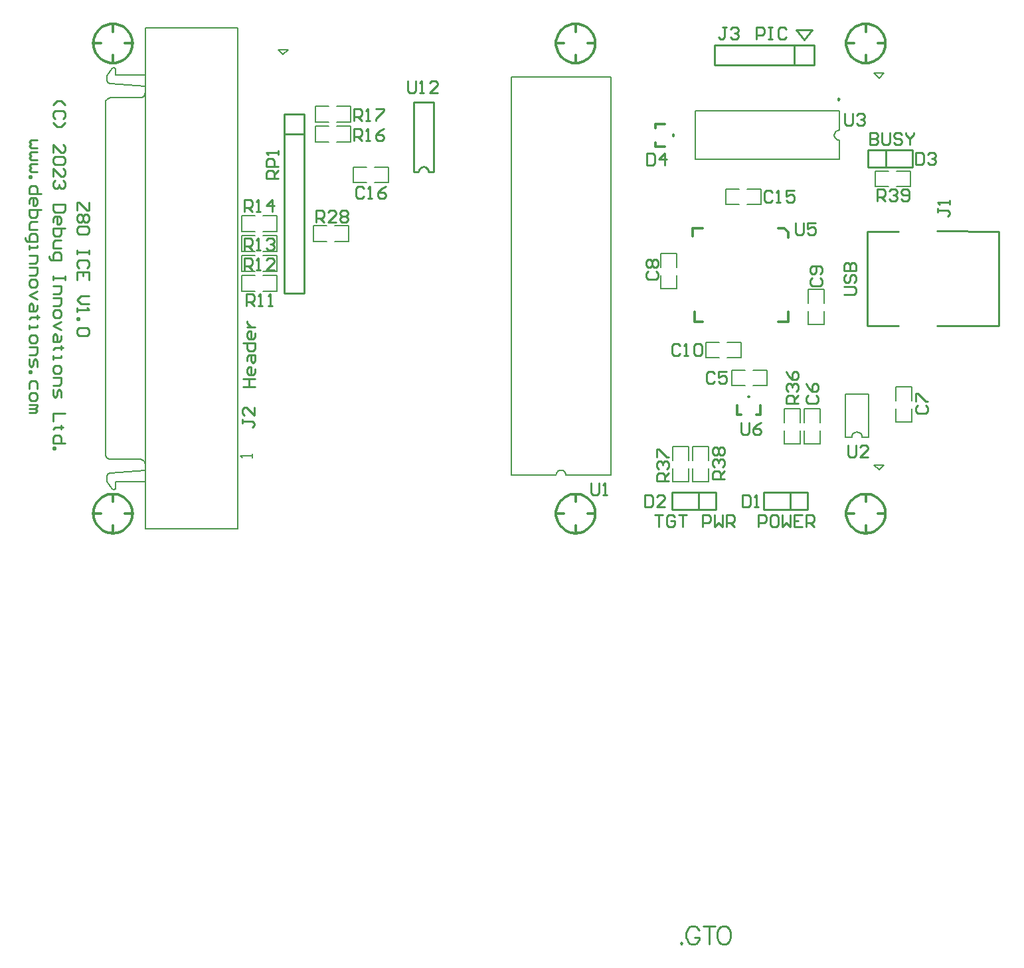
<source format=gto>
%FSLAX44Y44*%
%MOMM*%
G71*
G01*
G75*
%ADD10C,0.2000*%
%ADD11C,1.0000*%
%ADD12R,1.9050X0.4064*%
%ADD13R,0.4064X1.9050*%
%ADD14O,0.6000X2.2000*%
%ADD15R,0.9144X0.9144*%
%ADD16R,1.2700X0.9144*%
%ADD17R,1.5240X1.5240*%
%ADD18R,1.2700X1.5240*%
%ADD19R,1.5240X1.2700*%
%ADD20R,1.5000X0.4000*%
%ADD21R,0.9144X1.2700*%
%ADD22O,0.6000X2.2000*%
%ADD23O,2.0320X0.6096*%
%ADD24C,0.3000*%
%ADD25C,0.5000*%
%ADD26C,0.6000*%
%ADD27C,0.8000*%
%ADD28C,0.2540*%
%ADD29C,0.2286*%
%ADD30C,4.5500*%
%ADD31C,1.5000*%
%ADD32R,1.5000X1.5000*%
%ADD33C,1.6510*%
%ADD34C,3.6000*%
%ADD35C,1.6000*%
%ADD36R,1.6000X1.6000*%
%ADD37C,0.8000*%
%ADD38O,2.5400X0.7500*%
%ADD39R,2.5400X0.7500*%
%ADD40C,0.7000*%
%ADD41C,0.2500*%
%ADD42C,0.3048*%
%ADD43C,0.1500*%
D10*
X2182366Y2466967D02*
X2185025Y2467496D01*
X2187280Y2469003D01*
X2188787Y2471257D01*
X2189316Y2473917D01*
X2145366Y2466967D02*
X2142706Y2466438D01*
X2140451Y2464931D01*
X2138945Y2462677D01*
X2138416Y2460017D01*
X2140390Y2488095D02*
X2141850Y2485873D01*
X2144366Y2485012D01*
X2151466Y2504818D02*
X2149093Y2505643D01*
X2146818Y2504576D01*
X2189316Y1998717D02*
X2188787Y2001377D01*
X2187280Y2003631D01*
X2185025Y2005138D01*
X2182366Y2005667D01*
X2138416Y2012617D02*
X2138945Y2009957D01*
X2140451Y2007703D01*
X2142706Y2006196D01*
X2145366Y2005667D01*
X2144366Y1987622D02*
X2141850Y1986761D01*
X2140390Y1984539D01*
X2146818Y1968058D02*
X2149093Y1966990D01*
X2151466Y1967816D01*
X3103179Y2033977D02*
X3102678Y2036496D01*
X3101251Y2038632D01*
X3099115Y2040059D01*
X3096596Y2040560D01*
X3094077Y2040059D01*
X3091941Y2038632D01*
X3090514Y2036496D01*
X3090013Y2033977D01*
X2725546Y1985137D02*
X2725062Y1987567D01*
X2723686Y1989627D01*
X2721626Y1991004D01*
X2719196Y1991487D01*
X2716766Y1991004D01*
X2714706Y1989627D01*
X2713329Y1987567D01*
X2712846Y1985137D01*
X3074086Y2425547D02*
X3071656Y2425064D01*
X3069596Y2423687D01*
X3068219Y2421627D01*
X3067736Y2419197D01*
X3068219Y2416767D01*
X3069596Y2414707D01*
X3071656Y2413331D01*
X3074086Y2412847D01*
X2364916Y2522017D02*
X2371266Y2528367D01*
X2358566D02*
X2364916Y2522017D01*
X2358566Y2528367D02*
X2371266D01*
X3124916Y1992017D02*
X3131266Y1998367D01*
X3118566D02*
X3124916Y1992017D01*
X3118566Y1998367D02*
X3131266D01*
X3124916Y2492017D02*
X3131266Y2498367D01*
X3118566D02*
X3124916Y2492017D01*
X3118566Y2498367D02*
X3131266D01*
X2306966Y1916817D02*
Y2555817D01*
X2189366Y2555817D02*
X2306966D01*
X2189366Y1916817D02*
Y2555817D01*
Y1916817D02*
X2306966D01*
X2145366Y2466967D02*
X2182366D01*
X2151466Y2496017D02*
X2189366D01*
X2151466D02*
Y2504817D01*
X2144166Y2485017D02*
X2189366Y2481317D01*
X2140390Y2488095D02*
Y2495317D01*
X2146666Y2504717D01*
X2138266Y2012617D02*
Y2460017D01*
X2145366Y2005667D02*
X2182366D01*
X2151466Y1976617D02*
X2189366D01*
X2151466Y1967817D02*
Y1976617D01*
X2144166Y1987617D02*
X2189366Y1991317D01*
X2140390Y1977317D02*
Y1984539D01*
Y1977317D02*
X2146666Y1967917D01*
X2886996Y1976677D02*
X2906996D01*
X2886996Y2021537D02*
X2906996D01*
Y1976677D02*
Y1994027D01*
X2886996Y1976677D02*
Y1994027D01*
Y2004187D02*
Y2021537D01*
X2906996Y2004187D02*
Y2021537D01*
X3164536Y2353597D02*
Y2373597D01*
X3119676Y2353597D02*
Y2373597D01*
X3147186D02*
X3164536D01*
X3147186Y2353597D02*
X3164536D01*
X3119676D02*
X3137026D01*
X3119676Y2373597D02*
X3137026D01*
X3081846Y2033977D02*
Y2088477D01*
X3103179Y2033977D02*
X3111346D01*
X3081846D02*
X3090013D01*
X3081846Y2088477D02*
X3111346D01*
Y2033977D02*
Y2088477D01*
X3049236Y2052447D02*
Y2069797D01*
X3029236Y2052447D02*
Y2069797D01*
Y2024937D02*
Y2042287D01*
X3049236Y2024937D02*
Y2042287D01*
X3029236Y2069797D02*
X3049236D01*
X3029236Y2024937D02*
X3049236D01*
X2782696Y1985137D02*
Y2493137D01*
X2655696D02*
X2782696D01*
X2655696Y1985137D02*
Y2493137D01*
Y1985137D02*
X2712846D01*
X2725546D02*
X2782696D01*
X3146076Y2097737D02*
X3166076D01*
X3146076Y2052877D02*
X3166076D01*
X3146076Y2080387D02*
Y2097737D01*
X3166076Y2080387D02*
Y2097737D01*
Y2052877D02*
Y2070227D01*
X3146076Y2052877D02*
Y2070227D01*
X3034316Y2177337D02*
X3054316D01*
X3034316Y2222197D02*
X3054316D01*
Y2177337D02*
Y2194687D01*
X3034316Y2177337D02*
Y2194687D01*
Y2204847D02*
Y2222197D01*
X3054316Y2204847D02*
Y2222197D01*
X2903776Y2135157D02*
Y2155157D01*
X2948636Y2135157D02*
Y2155157D01*
X2903776Y2135157D02*
X2921126D01*
X2903776Y2155157D02*
X2921126D01*
X2931286D02*
X2948636D01*
X2931286Y2135157D02*
X2948636D01*
X2929176Y2330737D02*
Y2350737D01*
X2974036Y2330737D02*
Y2350737D01*
X2929176Y2330737D02*
X2946526D01*
X2929176Y2350737D02*
X2946526D01*
X2956686D02*
X2974036D01*
X2956686Y2330737D02*
X2974036D01*
X2499056Y2358677D02*
Y2378677D01*
X2454196Y2358677D02*
Y2378677D01*
X2481706D02*
X2499056D01*
X2481706Y2358677D02*
X2499056D01*
X2454196D02*
X2471546D01*
X2454196Y2378677D02*
X2471546D01*
X2881596Y2004187D02*
Y2021537D01*
X2861596Y2004187D02*
Y2021537D01*
Y1976677D02*
Y1994027D01*
X2881596Y1976677D02*
Y1994027D01*
X2861596Y2021537D02*
X2881596D01*
X2861596Y1976677D02*
X2881596D01*
X3023836Y2052447D02*
Y2069797D01*
X3003836Y2052447D02*
Y2069797D01*
Y2024937D02*
Y2042287D01*
X3023836Y2024937D02*
Y2042287D01*
X3003836Y2069797D02*
X3023836D01*
X3003836Y2024937D02*
X3023836D01*
X2866356Y2250567D02*
Y2267917D01*
X2846356Y2250567D02*
Y2267917D01*
Y2223057D02*
Y2240407D01*
X2866356Y2223057D02*
Y2240407D01*
X2846356Y2267917D02*
X2866356D01*
X2846356Y2223057D02*
X2866356D01*
X2936796Y2119597D02*
X2954146D01*
X2936796Y2099597D02*
X2954146D01*
X2964306D02*
X2981656D01*
X2964306Y2119597D02*
X2981656D01*
X2936796Y2099597D02*
Y2119597D01*
X2981656Y2099597D02*
Y2119597D01*
X3074086Y2425547D02*
Y2450197D01*
Y2388197D02*
Y2412847D01*
X2890086Y2388197D02*
Y2450197D01*
X3074086D01*
X2890086Y2388197D02*
X3074086D01*
X2405936Y2435867D02*
Y2455867D01*
X2450796Y2435867D02*
Y2455867D01*
X2405936Y2435867D02*
X2423286D01*
X2405936Y2455867D02*
X2423286D01*
X2433446D02*
X2450796D01*
X2433446Y2435867D02*
X2450796D01*
X2405936Y2410467D02*
Y2430467D01*
X2450796Y2410467D02*
Y2430467D01*
X2405936Y2410467D02*
X2423286D01*
X2405936Y2430467D02*
X2423286D01*
X2433446D02*
X2450796D01*
X2433446Y2410467D02*
X2450796D01*
X2311930Y2296167D02*
Y2316167D01*
X2356790Y2296167D02*
Y2316167D01*
X2311930Y2296167D02*
X2329280D01*
X2311930Y2316167D02*
X2329280D01*
X2339440D02*
X2356790D01*
X2339440Y2296167D02*
X2356790D01*
X2339440Y2270767D02*
X2356790D01*
X2339440Y2290767D02*
X2356790D01*
X2311930D02*
X2329280D01*
X2311930Y2270767D02*
X2329280D01*
X2356790D02*
Y2290767D01*
X2311930Y2270767D02*
Y2290767D01*
X2403396Y2283467D02*
Y2303467D01*
X2448256Y2283467D02*
Y2303467D01*
X2403396Y2283467D02*
X2420746D01*
X2403396Y2303467D02*
X2420746D01*
X2430906D02*
X2448256D01*
X2430906Y2283467D02*
X2448256D01*
X2311930Y2245367D02*
Y2265367D01*
X2356790Y2245367D02*
Y2265367D01*
X2311930Y2245367D02*
X2329280D01*
X2311930Y2265367D02*
X2329280D01*
X2339440D02*
X2356790D01*
X2339440Y2245367D02*
X2356790D01*
X2311930Y2219967D02*
Y2239967D01*
X2356790Y2219967D02*
Y2239967D01*
X2311930Y2219967D02*
X2329280D01*
X2311930Y2239967D02*
X2329280D01*
X2339440D02*
X2356790D01*
X2339440Y2219967D02*
X2356790D01*
D24*
X2172916Y1936317D02*
X2172787Y1938846D01*
X2172404Y1941349D01*
X2171769Y1943801D01*
X2170890Y1946176D01*
X2169774Y1948450D01*
X2168435Y1950599D01*
X2166885Y1952601D01*
X2165140Y1954437D01*
X2163218Y1956086D01*
X2161140Y1957533D01*
X2158926Y1958762D01*
X2156598Y1959761D01*
X2154182Y1960519D01*
X2151701Y1961029D01*
X2149182Y1961285D01*
X2146649D01*
X2144130Y1961029D01*
X2141649Y1960519D01*
X2139233Y1959761D01*
X2136906Y1958762D01*
X2134692Y1957533D01*
X2132613Y1956086D01*
X2130692Y1954437D01*
X2128947Y1952601D01*
X2127397Y1950599D01*
X2126057Y1948450D01*
X2124942Y1946176D01*
X2124062Y1943801D01*
X2123427Y1941349D01*
X2123044Y1938846D01*
X2122916Y1936317D01*
X2123044Y1933788D01*
X2123427Y1931284D01*
X2124062Y1928833D01*
X2124942Y1926458D01*
X2126057Y1924184D01*
X2127397Y1922035D01*
X2128947Y1920033D01*
X2130692Y1918197D01*
X2132613Y1916548D01*
X2134692Y1915101D01*
X2136906Y1913872D01*
X2139233Y1912873D01*
X2141649Y1912115D01*
X2144130Y1911605D01*
X2146649Y1911349D01*
X2149182D01*
X2151702Y1911605D01*
X2154182Y1912115D01*
X2156598Y1912873D01*
X2158926Y1913872D01*
X2161140Y1915101D01*
X2163218Y1916548D01*
X2165140Y1918197D01*
X2166885Y1920033D01*
X2168435Y1922035D01*
X2169774Y1924185D01*
X2170890Y1926458D01*
X2171769Y1928833D01*
X2172404Y1931285D01*
X2172787Y1933788D01*
X2172916Y1936317D01*
Y2536317D02*
X2172787Y2538846D01*
X2172404Y2541349D01*
X2171769Y2543801D01*
X2170890Y2546176D01*
X2169774Y2548450D01*
X2168435Y2550599D01*
X2166885Y2552601D01*
X2165140Y2554437D01*
X2163218Y2556086D01*
X2161140Y2557533D01*
X2158926Y2558762D01*
X2156598Y2559761D01*
X2154182Y2560519D01*
X2151701Y2561029D01*
X2149182Y2561285D01*
X2146649D01*
X2144130Y2561029D01*
X2141649Y2560519D01*
X2139233Y2559761D01*
X2136906Y2558762D01*
X2134692Y2557533D01*
X2132613Y2556086D01*
X2130692Y2554437D01*
X2128947Y2552601D01*
X2127397Y2550599D01*
X2126057Y2548450D01*
X2124942Y2546176D01*
X2124062Y2543801D01*
X2123427Y2541349D01*
X2123044Y2538846D01*
X2122916Y2536317D01*
X2123044Y2533788D01*
X2123427Y2531284D01*
X2124062Y2528833D01*
X2124942Y2526458D01*
X2126057Y2524184D01*
X2127397Y2522035D01*
X2128947Y2520033D01*
X2130692Y2518197D01*
X2132613Y2516548D01*
X2134692Y2515101D01*
X2136906Y2513872D01*
X2139233Y2512873D01*
X2141649Y2512115D01*
X2144130Y2511605D01*
X2146649Y2511349D01*
X2149182D01*
X2151702Y2511605D01*
X2154182Y2512115D01*
X2156598Y2512873D01*
X2158926Y2513872D01*
X2161140Y2515101D01*
X2163218Y2516548D01*
X2165140Y2518197D01*
X2166885Y2520033D01*
X2168435Y2522035D01*
X2169774Y2524185D01*
X2170890Y2526458D01*
X2171769Y2528833D01*
X2172404Y2531285D01*
X2172787Y2533788D01*
X2172916Y2536317D01*
X3132916D02*
X3132787Y2538846D01*
X3132404Y2541349D01*
X3131769Y2543801D01*
X3130890Y2546176D01*
X3129774Y2548450D01*
X3128435Y2550599D01*
X3126885Y2552601D01*
X3125140Y2554437D01*
X3123218Y2556086D01*
X3121140Y2557533D01*
X3118925Y2558762D01*
X3116599Y2559761D01*
X3114182Y2560519D01*
X3111701Y2561029D01*
X3109182Y2561285D01*
X3106649D01*
X3104130Y2561029D01*
X3101649Y2560519D01*
X3099233Y2559761D01*
X3096906Y2558762D01*
X3094691Y2557533D01*
X3092613Y2556086D01*
X3090692Y2554437D01*
X3088947Y2552601D01*
X3087397Y2550599D01*
X3086057Y2548450D01*
X3084942Y2546176D01*
X3084062Y2543801D01*
X3083427Y2541349D01*
X3083044Y2538846D01*
X3082916Y2536317D01*
X3083044Y2533788D01*
X3083427Y2531284D01*
X3084062Y2528833D01*
X3084942Y2526458D01*
X3086057Y2524184D01*
X3087397Y2522035D01*
X3088947Y2520033D01*
X3090692Y2518197D01*
X3092613Y2516548D01*
X3094692Y2515101D01*
X3096906Y2513872D01*
X3099233Y2512873D01*
X3101649Y2512115D01*
X3104130Y2511605D01*
X3106649Y2511349D01*
X3109182D01*
X3111701Y2511605D01*
X3114182Y2512115D01*
X3116599Y2512873D01*
X3118925Y2513872D01*
X3121140Y2515101D01*
X3123218Y2516548D01*
X3125140Y2518197D01*
X3126885Y2520033D01*
X3128435Y2522035D01*
X3129774Y2524185D01*
X3130890Y2526458D01*
X3131769Y2528833D01*
X3132404Y2531285D01*
X3132787Y2533788D01*
X3132916Y2536317D01*
X2762916D02*
X2762787Y2538846D01*
X2762404Y2541349D01*
X2761769Y2543801D01*
X2760890Y2546176D01*
X2759774Y2548450D01*
X2758435Y2550599D01*
X2756885Y2552601D01*
X2755140Y2554437D01*
X2753218Y2556086D01*
X2751140Y2557533D01*
X2748925Y2558762D01*
X2746599Y2559761D01*
X2744182Y2560519D01*
X2741701Y2561029D01*
X2739182Y2561285D01*
X2736649D01*
X2734130Y2561029D01*
X2731649Y2560519D01*
X2729233Y2559761D01*
X2726906Y2558762D01*
X2724691Y2557533D01*
X2722613Y2556086D01*
X2720692Y2554437D01*
X2718947Y2552601D01*
X2717397Y2550599D01*
X2716057Y2548450D01*
X2714942Y2546176D01*
X2714062Y2543801D01*
X2713427Y2541349D01*
X2713044Y2538846D01*
X2712916Y2536317D01*
X2713044Y2533788D01*
X2713427Y2531284D01*
X2714062Y2528833D01*
X2714942Y2526458D01*
X2716057Y2524184D01*
X2717397Y2522035D01*
X2718947Y2520033D01*
X2720692Y2518197D01*
X2722613Y2516548D01*
X2724692Y2515101D01*
X2726906Y2513872D01*
X2729233Y2512873D01*
X2731649Y2512115D01*
X2734130Y2511605D01*
X2736649Y2511349D01*
X2739182D01*
X2741701Y2511605D01*
X2744182Y2512115D01*
X2746599Y2512873D01*
X2748925Y2513872D01*
X2751140Y2515101D01*
X2753218Y2516548D01*
X2755140Y2518197D01*
X2756885Y2520033D01*
X2758435Y2522035D01*
X2759774Y2524185D01*
X2760890Y2526458D01*
X2761769Y2528833D01*
X2762404Y2531285D01*
X2762787Y2533788D01*
X2762916Y2536317D01*
X3132916Y1936317D02*
X3132787Y1938846D01*
X3132404Y1941349D01*
X3131769Y1943801D01*
X3130890Y1946176D01*
X3129774Y1948450D01*
X3128435Y1950599D01*
X3126885Y1952601D01*
X3125140Y1954437D01*
X3123218Y1956086D01*
X3121140Y1957533D01*
X3118925Y1958762D01*
X3116599Y1959761D01*
X3114182Y1960519D01*
X3111701Y1961029D01*
X3109182Y1961285D01*
X3106649D01*
X3104130Y1961029D01*
X3101649Y1960519D01*
X3099233Y1959761D01*
X3096906Y1958762D01*
X3094691Y1957533D01*
X3092613Y1956086D01*
X3090692Y1954437D01*
X3088947Y1952601D01*
X3087397Y1950599D01*
X3086057Y1948450D01*
X3084942Y1946176D01*
X3084062Y1943801D01*
X3083427Y1941349D01*
X3083044Y1938846D01*
X3082916Y1936317D01*
X3083044Y1933788D01*
X3083427Y1931284D01*
X3084062Y1928833D01*
X3084942Y1926458D01*
X3086057Y1924184D01*
X3087397Y1922035D01*
X3088947Y1920033D01*
X3090692Y1918197D01*
X3092613Y1916548D01*
X3094692Y1915101D01*
X3096906Y1913872D01*
X3099233Y1912873D01*
X3101649Y1912115D01*
X3104130Y1911605D01*
X3106649Y1911349D01*
X3109182D01*
X3111701Y1911605D01*
X3114182Y1912115D01*
X3116599Y1912873D01*
X3118925Y1913872D01*
X3121140Y1915101D01*
X3123218Y1916548D01*
X3125140Y1918197D01*
X3126885Y1920033D01*
X3128435Y1922035D01*
X3129774Y1924185D01*
X3130890Y1926458D01*
X3131769Y1928833D01*
X3132404Y1931285D01*
X3132787Y1933788D01*
X3132916Y1936317D01*
X2762916D02*
X2762787Y1938846D01*
X2762404Y1941349D01*
X2761769Y1943801D01*
X2760890Y1946176D01*
X2759774Y1948450D01*
X2758435Y1950599D01*
X2756885Y1952601D01*
X2755140Y1954437D01*
X2753218Y1956086D01*
X2751140Y1957533D01*
X2748925Y1958762D01*
X2746599Y1959761D01*
X2744182Y1960519D01*
X2741701Y1961029D01*
X2739182Y1961285D01*
X2736649D01*
X2734130Y1961029D01*
X2731649Y1960519D01*
X2729233Y1959761D01*
X2726906Y1958762D01*
X2724691Y1957533D01*
X2722613Y1956086D01*
X2720692Y1954437D01*
X2718947Y1952601D01*
X2717397Y1950599D01*
X2716057Y1948450D01*
X2714942Y1946176D01*
X2714062Y1943801D01*
X2713427Y1941349D01*
X2713044Y1938846D01*
X2712916Y1936317D01*
X2713044Y1933788D01*
X2713427Y1931284D01*
X2714062Y1928833D01*
X2714942Y1926458D01*
X2716057Y1924184D01*
X2717397Y1922035D01*
X2718947Y1920033D01*
X2720692Y1918197D01*
X2722613Y1916548D01*
X2724692Y1915101D01*
X2726906Y1913872D01*
X2729233Y1912873D01*
X2731649Y1912115D01*
X2734130Y1911605D01*
X2736649Y1911349D01*
X2739182D01*
X2741701Y1911605D01*
X2744182Y1912115D01*
X2746599Y1912873D01*
X2748925Y1913872D01*
X2751140Y1915101D01*
X2753218Y1916548D01*
X2755140Y1918197D01*
X2756885Y1920033D01*
X2758435Y1922035D01*
X2759774Y1924185D01*
X2760890Y1926458D01*
X2761769Y1928833D01*
X2762404Y1931285D01*
X2762787Y1933788D01*
X2762916Y1936317D01*
X2147916Y1911317D02*
Y1921317D01*
X2122916Y1936317D02*
X2132916D01*
X2162916D02*
X2172916D01*
X2147916Y1951317D02*
Y1961317D01*
Y2511317D02*
Y2521317D01*
X2122916Y2536317D02*
X2132916D01*
X2162916D02*
X2172916D01*
X2147916Y2551317D02*
Y2561317D01*
X3107916Y2511317D02*
Y2521317D01*
X3082916Y2536317D02*
X3092916D01*
X3122916D02*
X3132916D01*
X3107916Y2551317D02*
Y2561317D01*
X2737916Y2511317D02*
Y2521317D01*
X2712916Y2536317D02*
X2722916D01*
X2752916D02*
X2762916D01*
X2737916Y2551317D02*
Y2561317D01*
X3107916Y1911317D02*
Y1921317D01*
X3082916Y1936317D02*
X3092916D01*
X3122916D02*
X3132916D01*
X3107916Y1951317D02*
Y1961317D01*
X2737916Y1911317D02*
Y1921317D01*
X2712916Y1936317D02*
X2722916D01*
X2752916D02*
X2762916D01*
X2737916Y1951317D02*
Y1961317D01*
D28*
X2550286Y2372487D02*
X2549802Y2374917D01*
X2548426Y2376977D01*
X2546366Y2378354D01*
X2543936Y2378837D01*
X2541506Y2378354D01*
X2539446Y2376977D01*
X2538069Y2374917D01*
X2537586Y2372487D01*
X3198916Y2296817D02*
X3277166Y2296567D01*
Y2175817D02*
Y2296567D01*
X3198916Y2175817D02*
X3277166D01*
X3109915Y2175817D02*
X3149416D01*
X3109916Y2175817D02*
Y2296567D01*
X3109915Y2296567D02*
X3149416D01*
X3133106Y2377997D02*
Y2399997D01*
X3110786Y2377997D02*
Y2399997D01*
X3167076Y2377997D02*
Y2399997D01*
X3110786D02*
X3167076D01*
X3110786Y2377997D02*
X3167076D01*
X3019076Y2553577D02*
X3039076D01*
X3029076Y2541077D02*
X3039076Y2553577D01*
X3019076D02*
X3029076Y2541077D01*
X3016376Y2508377D02*
Y2533777D01*
X3041776Y2508377D02*
Y2533777D01*
X2914776Y2508377D02*
X3041776D01*
X2914776Y2533777D02*
X3041776D01*
X2914776Y2508377D02*
Y2533777D01*
X2860596Y1963117D02*
X2916886D01*
X2860596Y1941117D02*
X2916886D01*
X2860596D02*
Y1963117D01*
X2916886Y1941117D02*
Y1963117D01*
X2894566Y1941117D02*
Y1963117D01*
X2977436D02*
X3033726D01*
X2977436Y1941117D02*
X3033726D01*
X2977436D02*
Y1963117D01*
X3033726Y1941117D02*
Y1963117D01*
X3011406Y1941117D02*
Y1963117D01*
X2550286Y2372487D02*
X2556636D01*
X2531236D02*
X2537586D01*
X2531236D02*
Y2461387D01*
X2556636D01*
Y2372487D02*
Y2461387D01*
X2366136Y2217417D02*
Y2446017D01*
Y2217417D02*
X2391536D01*
Y2446017D01*
X2366136D02*
X2391536D01*
X2366136Y2420617D02*
X2391536D01*
X2523616Y2488052D02*
Y2475356D01*
X2526155Y2472817D01*
X2531233D01*
X2533772Y2475356D01*
Y2488052D01*
X2538851Y2472817D02*
X2543929D01*
X2541390D01*
Y2488052D01*
X2538851Y2485513D01*
X2561703Y2472817D02*
X2551547D01*
X2561703Y2482974D01*
Y2485513D01*
X2559164Y2488052D01*
X2554086D01*
X2551547Y2485513D01*
X3122124Y2335325D02*
Y2350560D01*
X3129742D01*
X3132281Y2348021D01*
Y2342943D01*
X3129742Y2340404D01*
X3122124D01*
X3127202D02*
X3132281Y2335325D01*
X3137359Y2348021D02*
X3139898Y2350560D01*
X3144977D01*
X3147516Y2348021D01*
Y2345482D01*
X3144977Y2342943D01*
X3142438D01*
X3144977D01*
X3147516Y2340404D01*
Y2337865D01*
X3144977Y2335325D01*
X3139898D01*
X3137359Y2337865D01*
X3152594D02*
X3155134Y2335325D01*
X3160212D01*
X3162751Y2337865D01*
Y2348021D01*
X3160212Y2350560D01*
X3155134D01*
X3152594Y2348021D01*
Y2345482D01*
X3155134Y2342943D01*
X3162751D01*
X2927476Y1980057D02*
X2912241D01*
Y1987675D01*
X2914780Y1990214D01*
X2919858D01*
X2922397Y1987675D01*
Y1980057D01*
Y1985135D02*
X2927476Y1990214D01*
X2914780Y1995292D02*
X2912241Y1997831D01*
Y2002910D01*
X2914780Y2005449D01*
X2917319D01*
X2919858Y2002910D01*
Y2000370D01*
Y2002910D01*
X2922397Y2005449D01*
X2924937D01*
X2927476Y2002910D01*
Y1997831D01*
X2924937Y1995292D01*
X2914780Y2010527D02*
X2912241Y2013066D01*
Y2018145D01*
X2914780Y2020684D01*
X2917319D01*
X2919858Y2018145D01*
X2922397Y2020684D01*
X2924937D01*
X2927476Y2018145D01*
Y2013066D01*
X2924937Y2010527D01*
X2922397D01*
X2919858Y2013066D01*
X2917319Y2010527D01*
X2914780D01*
X2919858Y2013066D02*
Y2018145D01*
X2828527Y2396486D02*
Y2381251D01*
X2836144D01*
X2838683Y2383790D01*
Y2393947D01*
X2836144Y2396486D01*
X2828527D01*
X2851379Y2381251D02*
Y2396486D01*
X2843762Y2388869D01*
X2853918D01*
X3112896Y2422012D02*
Y2406777D01*
X3120513D01*
X3123052Y2409316D01*
Y2411855D01*
X3120513Y2414395D01*
X3112896D01*
X3120513D01*
X3123052Y2416934D01*
Y2419473D01*
X3120513Y2422012D01*
X3112896D01*
X3128131D02*
Y2409316D01*
X3130670Y2406777D01*
X3135748D01*
X3138287Y2409316D01*
Y2422012D01*
X3153523Y2419473D02*
X3150983Y2422012D01*
X3145905D01*
X3143366Y2419473D01*
Y2416934D01*
X3145905Y2414395D01*
X3150983D01*
X3153523Y2411855D01*
Y2409316D01*
X3150983Y2406777D01*
X3145905D01*
X3143366Y2409316D01*
X3158601Y2422012D02*
Y2419473D01*
X3163679Y2414395D01*
X3168758Y2419473D01*
Y2422012D01*
X3163679Y2414395D02*
Y2406777D01*
X3171316Y2396612D02*
Y2381377D01*
X3178933D01*
X3181472Y2383916D01*
Y2394073D01*
X3178933Y2396612D01*
X3171316D01*
X3186551Y2394073D02*
X3189090Y2396612D01*
X3194168D01*
X3196707Y2394073D01*
Y2391534D01*
X3194168Y2388994D01*
X3191629D01*
X3194168D01*
X3196707Y2386455D01*
Y2383916D01*
X3194168Y2381377D01*
X3189090D01*
X3186551Y2383916D01*
X2949053Y2051980D02*
Y2039284D01*
X2951592Y2036745D01*
X2956670D01*
X2959209Y2039284D01*
Y2051980D01*
X2974445D02*
X2969366Y2049441D01*
X2964288Y2044363D01*
Y2039284D01*
X2966827Y2036745D01*
X2971905D01*
X2974445Y2039284D01*
Y2041824D01*
X2971905Y2044363D01*
X2964288D01*
X3018590Y2306902D02*
Y2294207D01*
X3021129Y2291667D01*
X3026208D01*
X3028747Y2294207D01*
Y2306902D01*
X3043982D02*
X3033825D01*
Y2299285D01*
X3038904Y2301824D01*
X3041443D01*
X3043982Y2299285D01*
Y2294207D01*
X3041443Y2291667D01*
X3036365D01*
X3033825Y2294207D01*
X3080941Y2446499D02*
Y2433803D01*
X3083480Y2431264D01*
X3088558D01*
X3091097Y2433803D01*
Y2446499D01*
X3096176Y2443960D02*
X3098715Y2446499D01*
X3103793D01*
X3106332Y2443960D01*
Y2441420D01*
X3103793Y2438881D01*
X3101254D01*
X3103793D01*
X3106332Y2436342D01*
Y2433803D01*
X3103793Y2431264D01*
X3098715D01*
X3096176Y2433803D01*
X3084956Y2023232D02*
Y2010536D01*
X3087495Y2007997D01*
X3092573D01*
X3095113Y2010536D01*
Y2023232D01*
X3110348Y2007997D02*
X3100191D01*
X3110348Y2018154D01*
Y2020693D01*
X3107808Y2023232D01*
X3102730D01*
X3100191Y2020693D01*
X2757296Y1974972D02*
Y1962276D01*
X2759835Y1959737D01*
X2764913D01*
X2767452Y1962276D01*
Y1974972D01*
X2772531Y1959737D02*
X2777609D01*
X2775070D01*
Y1974972D01*
X2772531Y1972433D01*
X2358516Y2363597D02*
X2343281D01*
Y2371214D01*
X2345820Y2373754D01*
X2350898D01*
X2353437Y2371214D01*
Y2363597D01*
Y2368675D02*
X2358516Y2373754D01*
Y2378832D02*
X2343281D01*
Y2386450D01*
X2345820Y2388989D01*
X2350898D01*
X2353437Y2386450D01*
Y2378832D01*
X2358516Y2394067D02*
Y2399146D01*
Y2396606D01*
X2343281D01*
X2345820Y2394067D01*
X2968116Y2541397D02*
Y2556632D01*
X2975733D01*
X2978272Y2554093D01*
Y2549014D01*
X2975733Y2546475D01*
X2968116D01*
X2983351Y2556632D02*
X2988429D01*
X2985890D01*
Y2541397D01*
X2983351D01*
X2988429D01*
X3006203Y2554093D02*
X3003664Y2556632D01*
X2998586D01*
X2996047Y2554093D01*
Y2543936D01*
X2998586Y2541397D01*
X3003664D01*
X3006203Y2543936D01*
X2930013Y2556632D02*
X2924934D01*
X2927473D01*
Y2543936D01*
X2924934Y2541397D01*
X2922395D01*
X2919856Y2543936D01*
X2935091Y2554093D02*
X2937630Y2556632D01*
X2942708D01*
X2945247Y2554093D01*
Y2551554D01*
X2942708Y2549014D01*
X2940169D01*
X2942708D01*
X2945247Y2546475D01*
Y2543936D01*
X2942708Y2541397D01*
X2937630D01*
X2935091Y2543936D01*
X2313601Y2098241D02*
X2328836D01*
X2321218D01*
Y2108397D01*
X2313601D01*
X2328836D01*
Y2121093D02*
Y2116015D01*
X2326296Y2113476D01*
X2321218D01*
X2318679Y2116015D01*
Y2121093D01*
X2321218Y2123633D01*
X2323757D01*
Y2113476D01*
X2318679Y2131250D02*
Y2136328D01*
X2321218Y2138868D01*
X2328836D01*
Y2131250D01*
X2326296Y2128711D01*
X2323757Y2131250D01*
Y2138868D01*
X2313601Y2154103D02*
X2328836D01*
Y2146485D01*
X2326296Y2143946D01*
X2321218D01*
X2318679Y2146485D01*
Y2154103D01*
X2328836Y2166799D02*
Y2161720D01*
X2326296Y2159181D01*
X2321218D01*
X2318679Y2161720D01*
Y2166799D01*
X2321218Y2169338D01*
X2323757D01*
Y2159181D01*
X2318679Y2174416D02*
X2328836D01*
X2323757D01*
X2321218Y2176955D01*
X2318679Y2179494D01*
Y2182034D01*
X2312946Y2056712D02*
Y2051633D01*
Y2054172D01*
X2325642D01*
X2328181Y2051633D01*
Y2049094D01*
X2325642Y2046555D01*
X2328181Y2071947D02*
Y2061790D01*
X2318024Y2071947D01*
X2315485D01*
X2312946Y2069407D01*
Y2064329D01*
X2315485Y2061790D01*
X3080217Y2215710D02*
X3092913D01*
X3095452Y2218250D01*
Y2223328D01*
X3092913Y2225867D01*
X3080217D01*
X3082756Y2241102D02*
X3080217Y2238563D01*
Y2233485D01*
X3082756Y2230945D01*
X3085295D01*
X3087834Y2233485D01*
Y2238563D01*
X3090374Y2241102D01*
X3092913D01*
X3095452Y2238563D01*
Y2233485D01*
X3092913Y2230945D01*
X3080217Y2246181D02*
X3095452D01*
Y2253798D01*
X3092913Y2256337D01*
X3090374D01*
X3087834Y2253798D01*
Y2246181D01*
Y2253798D01*
X3085295Y2256337D01*
X3082756D01*
X3080217Y2253798D01*
Y2246181D01*
X3199261Y2325494D02*
Y2320415D01*
Y2322955D01*
X3211956D01*
X3214496Y2320415D01*
Y2317876D01*
X3211956Y2315337D01*
X3214496Y2330572D02*
Y2335650D01*
Y2333111D01*
X3199261D01*
X3201800Y2330572D01*
X2838576Y1934332D02*
X2848733D01*
X2843654D01*
Y1919097D01*
X2863968Y1931793D02*
X2861428Y1934332D01*
X2856350D01*
X2853811Y1931793D01*
Y1921636D01*
X2856350Y1919097D01*
X2861428D01*
X2863968Y1921636D01*
Y1926714D01*
X2858889D01*
X2869046Y1934332D02*
X2879203D01*
X2874124D01*
Y1919097D01*
X2899516D02*
Y1934332D01*
X2907133D01*
X2909673Y1931793D01*
Y1926714D01*
X2907133Y1924175D01*
X2899516D01*
X2914751Y1934332D02*
Y1919097D01*
X2919829Y1924175D01*
X2924908Y1919097D01*
Y1934332D01*
X2929986Y1919097D02*
Y1934332D01*
X2937604D01*
X2940143Y1931793D01*
Y1926714D01*
X2937604Y1924175D01*
X2929986D01*
X2935064D02*
X2940143Y1919097D01*
X2825876Y1959732D02*
Y1944497D01*
X2833493D01*
X2836032Y1947036D01*
Y1957193D01*
X2833493Y1959732D01*
X2825876D01*
X2851267Y1944497D02*
X2841111D01*
X2851267Y1954654D01*
Y1957193D01*
X2848728Y1959732D01*
X2843650D01*
X2841111Y1957193D01*
X2970656Y1919097D02*
Y1934332D01*
X2978273D01*
X2980812Y1931793D01*
Y1926714D01*
X2978273Y1924175D01*
X2970656D01*
X2993508Y1934332D02*
X2988430D01*
X2985891Y1931793D01*
Y1921636D01*
X2988430Y1919097D01*
X2993508D01*
X2996047Y1921636D01*
Y1931793D01*
X2993508Y1934332D01*
X3001126D02*
Y1919097D01*
X3006204Y1924175D01*
X3011283Y1919097D01*
Y1934332D01*
X3026518D02*
X3016361D01*
Y1919097D01*
X3026518D01*
X3016361Y1926714D02*
X3021439D01*
X3031596Y1919097D02*
Y1934332D01*
X3039214D01*
X3041753Y1931793D01*
Y1926714D01*
X3039214Y1924175D01*
X3031596D01*
X3036674D02*
X3041753Y1919097D01*
X2950336Y1959732D02*
Y1944497D01*
X2957953D01*
X2960493Y1947036D01*
Y1957193D01*
X2957953Y1959732D01*
X2950336D01*
X2965571Y1944497D02*
X2970649D01*
X2968110D01*
Y1959732D01*
X2965571Y1957193D01*
X2467733Y2350893D02*
X2465193Y2353432D01*
X2460115D01*
X2457576Y2350893D01*
Y2340736D01*
X2460115Y2338197D01*
X2465193D01*
X2467733Y2340736D01*
X2472811Y2338197D02*
X2477889D01*
X2475350D01*
Y2353432D01*
X2472811Y2350893D01*
X2495663Y2353432D02*
X2490585Y2350893D01*
X2485507Y2345815D01*
Y2340736D01*
X2488046Y2338197D01*
X2493124D01*
X2495663Y2340736D01*
Y2343275D01*
X2493124Y2345815D01*
X2485507D01*
X2988433Y2345813D02*
X2985893Y2348352D01*
X2980815D01*
X2978276Y2345813D01*
Y2335656D01*
X2980815Y2333117D01*
X2985893D01*
X2988433Y2335656D01*
X2993511Y2333117D02*
X2998589D01*
X2996050D01*
Y2348352D01*
X2993511Y2345813D01*
X3016364Y2348352D02*
X3006207D01*
Y2340735D01*
X3011285Y2343274D01*
X3013824D01*
X3016364Y2340735D01*
Y2335656D01*
X3013824Y2333117D01*
X3008746D01*
X3006207Y2335656D01*
X2870639Y2150225D02*
X2868100Y2152764D01*
X2863022D01*
X2860482Y2150225D01*
Y2140069D01*
X2863022Y2137529D01*
X2868100D01*
X2870639Y2140069D01*
X2875717Y2137529D02*
X2880796D01*
X2878257D01*
Y2152764D01*
X2875717Y2150225D01*
X2888413D02*
X2890952Y2152764D01*
X2896031D01*
X2898570Y2150225D01*
Y2140069D01*
X2896031Y2137529D01*
X2890952D01*
X2888413Y2140069D01*
Y2150225D01*
X3039240Y2236594D02*
X3036701Y2234055D01*
Y2228976D01*
X3039240Y2226437D01*
X3049396D01*
X3051936Y2228976D01*
Y2234055D01*
X3049396Y2236594D01*
Y2241672D02*
X3051936Y2244211D01*
Y2249290D01*
X3049396Y2251829D01*
X3039240D01*
X3036701Y2249290D01*
Y2244211D01*
X3039240Y2241672D01*
X3041779D01*
X3044318Y2244211D01*
Y2251829D01*
X2830174Y2245458D02*
X2827635Y2242919D01*
Y2237840D01*
X2830174Y2235301D01*
X2840331D01*
X2842870Y2237840D01*
Y2242919D01*
X2840331Y2245458D01*
X2830174Y2250536D02*
X2827635Y2253076D01*
Y2258154D01*
X2830174Y2260693D01*
X2832713D01*
X2835252Y2258154D01*
X2837791Y2260693D01*
X2840331D01*
X2842870Y2258154D01*
Y2253076D01*
X2840331Y2250536D01*
X2837791D01*
X2835252Y2253076D01*
X2832713Y2250536D01*
X2830174D01*
X2835252Y2253076D02*
Y2258154D01*
X3173860Y2074034D02*
X3171321Y2071494D01*
Y2066416D01*
X3173860Y2063877D01*
X3184016D01*
X3186556Y2066416D01*
Y2071494D01*
X3184016Y2074034D01*
X3171321Y2079112D02*
Y2089269D01*
X3173860D01*
X3184016Y2079112D01*
X3186556D01*
X3034160Y2086734D02*
X3031621Y2084194D01*
Y2079116D01*
X3034160Y2076577D01*
X3044316D01*
X3046856Y2079116D01*
Y2084194D01*
X3044316Y2086734D01*
X3031621Y2101969D02*
X3034160Y2096890D01*
X3039238Y2091812D01*
X3044316D01*
X3046856Y2094351D01*
Y2099430D01*
X3044316Y2101969D01*
X3041777D01*
X3039238Y2099430D01*
Y2091812D01*
X2914773Y2114673D02*
X2912233Y2117212D01*
X2907155D01*
X2904616Y2114673D01*
Y2104516D01*
X2907155Y2101977D01*
X2912233D01*
X2914773Y2104516D01*
X2930008Y2117212D02*
X2919851D01*
Y2109595D01*
X2924929Y2112134D01*
X2927468D01*
X2930008Y2109595D01*
Y2104516D01*
X2927468Y2101977D01*
X2922390D01*
X2919851Y2104516D01*
X3021456Y2076577D02*
X3006221D01*
Y2084194D01*
X3008760Y2086734D01*
X3013838D01*
X3016377Y2084194D01*
Y2076577D01*
Y2081655D02*
X3021456Y2086734D01*
X3008760Y2091812D02*
X3006221Y2094351D01*
Y2099430D01*
X3008760Y2101969D01*
X3011299D01*
X3013838Y2099430D01*
Y2096890D01*
Y2099430D01*
X3016377Y2101969D01*
X3018917D01*
X3021456Y2099430D01*
Y2094351D01*
X3018917Y2091812D01*
X3006221Y2117204D02*
X3008760Y2112126D01*
X3013838Y2107047D01*
X3018917D01*
X3021456Y2109586D01*
Y2114665D01*
X3018917Y2117204D01*
X3016377D01*
X3013838Y2114665D01*
Y2107047D01*
X2856356Y1977517D02*
X2841121D01*
Y1985134D01*
X2843660Y1987674D01*
X2848738D01*
X2851277Y1985134D01*
Y1977517D01*
Y1982595D02*
X2856356Y1987674D01*
X2843660Y1992752D02*
X2841121Y1995291D01*
Y2000370D01*
X2843660Y2002909D01*
X2846199D01*
X2848738Y2000370D01*
Y1997830D01*
Y2000370D01*
X2851277Y2002909D01*
X2853817D01*
X2856356Y2000370D01*
Y1995291D01*
X2853817Y1992752D01*
X2841121Y2007987D02*
Y2018144D01*
X2843660D01*
X2853817Y2007987D01*
X2856356D01*
X2455036Y2437257D02*
Y2452492D01*
X2462653D01*
X2465193Y2449953D01*
Y2444875D01*
X2462653Y2442335D01*
X2455036D01*
X2460114D02*
X2465193Y2437257D01*
X2470271D02*
X2475349D01*
X2472810D01*
Y2452492D01*
X2470271Y2449953D01*
X2482967Y2452492D02*
X2493123D01*
Y2449953D01*
X2482967Y2439796D01*
Y2437257D01*
X2455036Y2411857D02*
Y2427092D01*
X2462653D01*
X2465193Y2424553D01*
Y2419474D01*
X2462653Y2416935D01*
X2455036D01*
X2460114D02*
X2465193Y2411857D01*
X2470271D02*
X2475349D01*
X2472810D01*
Y2427092D01*
X2470271Y2424553D01*
X2493123Y2427092D02*
X2488045Y2424553D01*
X2482967Y2419474D01*
Y2414396D01*
X2485506Y2411857D01*
X2490584D01*
X2493123Y2414396D01*
Y2416935D01*
X2490584Y2419474D01*
X2482967D01*
X2406776Y2307717D02*
Y2322952D01*
X2414393D01*
X2416933Y2320413D01*
Y2315334D01*
X2414393Y2312795D01*
X2406776D01*
X2411854D02*
X2416933Y2307717D01*
X2432168D02*
X2422011D01*
X2432168Y2317874D01*
Y2320413D01*
X2429628Y2322952D01*
X2424550D01*
X2422011Y2320413D01*
X2437246D02*
X2439785Y2322952D01*
X2444863D01*
X2447403Y2320413D01*
Y2317874D01*
X2444863Y2315334D01*
X2447403Y2312795D01*
Y2310256D01*
X2444863Y2307717D01*
X2439785D01*
X2437246Y2310256D01*
Y2312795D01*
X2439785Y2315334D01*
X2437246Y2317874D01*
Y2320413D01*
X2439785Y2315334D02*
X2444863D01*
X2315310Y2321407D02*
Y2336642D01*
X2322927D01*
X2325466Y2334103D01*
Y2329025D01*
X2322927Y2326485D01*
X2315310D01*
X2320388D02*
X2325466Y2321407D01*
X2330545D02*
X2335623D01*
X2333084D01*
Y2336642D01*
X2330545Y2334103D01*
X2350858Y2321407D02*
Y2336642D01*
X2343241Y2329025D01*
X2353397D01*
X2315336Y2272157D02*
Y2287392D01*
X2322953D01*
X2325493Y2284853D01*
Y2279774D01*
X2322953Y2277235D01*
X2315336D01*
X2320414D02*
X2325493Y2272157D01*
X2330571D02*
X2335649D01*
X2333110D01*
Y2287392D01*
X2330571Y2284853D01*
X2343267D02*
X2345806Y2287392D01*
X2350884D01*
X2353423Y2284853D01*
Y2282314D01*
X2350884Y2279774D01*
X2348345D01*
X2350884D01*
X2353423Y2277235D01*
Y2274696D01*
X2350884Y2272157D01*
X2345806D01*
X2343267Y2274696D01*
X2315336Y2246757D02*
Y2261992D01*
X2322953D01*
X2325493Y2259453D01*
Y2254375D01*
X2322953Y2251835D01*
X2315336D01*
X2320414D02*
X2325493Y2246757D01*
X2330571D02*
X2335649D01*
X2333110D01*
Y2261992D01*
X2330571Y2259453D01*
X2353423Y2246757D02*
X2343267D01*
X2353423Y2256914D01*
Y2259453D01*
X2350884Y2261992D01*
X2345806D01*
X2343267Y2259453D01*
X2317876Y2201037D02*
Y2216272D01*
X2325493D01*
X2328033Y2213733D01*
Y2208654D01*
X2325493Y2206115D01*
X2317876D01*
X2322954D02*
X2328033Y2201037D01*
X2333111D02*
X2338189D01*
X2335650D01*
Y2216272D01*
X2333111Y2213733D01*
X2345807Y2201037D02*
X2350885D01*
X2348346D01*
Y2216272D01*
X2345807Y2213733D01*
X2071454Y2457661D02*
X2076532Y2462739D01*
X2081611D01*
X2086689Y2457661D01*
X2084150Y2439886D02*
X2086689Y2442426D01*
Y2447504D01*
X2084150Y2450043D01*
X2073993D01*
X2071454Y2447504D01*
Y2442426D01*
X2073993Y2439886D01*
X2071454Y2434808D02*
X2076532Y2429730D01*
X2081611D01*
X2086689Y2434808D01*
X2071454Y2396720D02*
Y2406877D01*
X2081611Y2396720D01*
X2084150D01*
X2086689Y2399260D01*
Y2404338D01*
X2084150Y2406877D01*
Y2391642D02*
X2086689Y2389103D01*
Y2384025D01*
X2084150Y2381485D01*
X2073993D01*
X2071454Y2384025D01*
Y2389103D01*
X2073993Y2391642D01*
X2084150D01*
X2071454Y2366250D02*
Y2376407D01*
X2081611Y2366250D01*
X2084150D01*
X2086689Y2368789D01*
Y2373868D01*
X2084150Y2376407D01*
Y2361172D02*
X2086689Y2358633D01*
Y2353554D01*
X2084150Y2351015D01*
X2081611D01*
X2079072Y2353554D01*
Y2356093D01*
Y2353554D01*
X2076532Y2351015D01*
X2073993D01*
X2071454Y2353554D01*
Y2358633D01*
X2073993Y2361172D01*
X2086689Y2330702D02*
X2071454D01*
Y2323084D01*
X2073993Y2320545D01*
X2084150D01*
X2086689Y2323084D01*
Y2330702D01*
X2071454Y2307849D02*
Y2312928D01*
X2073993Y2315467D01*
X2079072D01*
X2081611Y2312928D01*
Y2307849D01*
X2079072Y2305310D01*
X2076532D01*
Y2315467D01*
X2086689Y2300232D02*
X2071454D01*
Y2292614D01*
X2073993Y2290075D01*
X2076532D01*
X2079072D01*
X2081611Y2292614D01*
Y2300232D01*
Y2284996D02*
X2073993D01*
X2071454Y2282457D01*
Y2274840D01*
X2081611D01*
X2066376Y2264683D02*
Y2262144D01*
X2068915Y2259605D01*
X2081611D01*
Y2267222D01*
X2079072Y2269761D01*
X2073993D01*
X2071454Y2267222D01*
Y2259605D01*
X2086689Y2239291D02*
Y2234213D01*
Y2236752D01*
X2071454D01*
Y2239291D01*
Y2234213D01*
Y2226595D02*
X2081611D01*
Y2218978D01*
X2079072Y2216439D01*
X2071454D01*
Y2211360D02*
X2081611D01*
Y2203743D01*
X2079072Y2201204D01*
X2071454D01*
Y2193586D02*
Y2188508D01*
X2073993Y2185969D01*
X2079072D01*
X2081611Y2188508D01*
Y2193586D01*
X2079072Y2196125D01*
X2073993D01*
X2071454Y2193586D01*
X2081611Y2180890D02*
X2071454Y2175812D01*
X2081611Y2170733D01*
Y2163116D02*
Y2158038D01*
X2079072Y2155498D01*
X2071454D01*
Y2163116D01*
X2073993Y2165655D01*
X2076532Y2163116D01*
Y2155498D01*
X2084150Y2147881D02*
X2081611D01*
Y2150420D01*
Y2145342D01*
Y2147881D01*
X2073993D01*
X2071454Y2145342D01*
Y2137724D02*
Y2132646D01*
Y2135185D01*
X2081611D01*
Y2137724D01*
X2071454Y2122489D02*
Y2117411D01*
X2073993Y2114872D01*
X2079072D01*
X2081611Y2117411D01*
Y2122489D01*
X2079072Y2125028D01*
X2073993D01*
X2071454Y2122489D01*
Y2109793D02*
X2081611D01*
Y2102176D01*
X2079072Y2099637D01*
X2071454D01*
Y2094558D02*
Y2086941D01*
X2073993Y2084401D01*
X2076532Y2086941D01*
Y2092019D01*
X2079072Y2094558D01*
X2081611Y2092019D01*
Y2084401D01*
X2086689Y2064088D02*
X2071454D01*
Y2053931D01*
X2084150Y2046314D02*
X2081611D01*
Y2048853D01*
Y2043775D01*
Y2046314D01*
X2073993D01*
X2071454Y2043775D01*
X2086689Y2026000D02*
X2071454D01*
Y2033618D01*
X2073993Y2036157D01*
X2079072D01*
X2081611Y2033618D01*
Y2026000D01*
X2071454Y2020922D02*
X2073993D01*
Y2018383D01*
X2071454D01*
Y2020922D01*
X2117279Y2333324D02*
Y2323167D01*
X2114740D01*
X2104583Y2333324D01*
X2102044D01*
Y2323167D01*
X2114740Y2318089D02*
X2117279Y2315550D01*
Y2310471D01*
X2114740Y2307932D01*
X2112201D01*
X2109661Y2310471D01*
X2107122Y2307932D01*
X2104583D01*
X2102044Y2310471D01*
Y2315550D01*
X2104583Y2318089D01*
X2107122D01*
X2109661Y2315550D01*
X2112201Y2318089D01*
X2114740D01*
X2109661Y2315550D02*
Y2310471D01*
X2114740Y2302854D02*
X2117279Y2300315D01*
Y2295236D01*
X2114740Y2292697D01*
X2104583D01*
X2102044Y2295236D01*
Y2300315D01*
X2104583Y2302854D01*
X2114740D01*
X2117279Y2272384D02*
Y2267305D01*
Y2269845D01*
X2102044D01*
Y2272384D01*
Y2267305D01*
X2114740Y2249531D02*
X2117279Y2252070D01*
Y2257149D01*
X2114740Y2259688D01*
X2104583D01*
X2102044Y2257149D01*
Y2252070D01*
X2104583Y2249531D01*
X2117279Y2234296D02*
Y2244453D01*
X2102044D01*
Y2234296D01*
X2109661Y2244453D02*
Y2239374D01*
X2117279Y2213983D02*
X2107122D01*
X2102044Y2208904D01*
X2107122Y2203826D01*
X2117279D01*
X2102044Y2198748D02*
Y2193669D01*
Y2196208D01*
X2117279D01*
X2114740Y2198748D01*
X2102044Y2186052D02*
X2104583D01*
Y2183512D01*
X2102044D01*
Y2186052D01*
X2114740Y2173356D02*
X2117279Y2170816D01*
Y2165738D01*
X2114740Y2163199D01*
X2104583D01*
X2102044Y2165738D01*
Y2170816D01*
X2104583Y2173356D01*
X2114740D01*
X2051570Y2412618D02*
X2043953D01*
X2041414Y2410079D01*
X2043953Y2407540D01*
X2041414Y2405000D01*
X2043953Y2402461D01*
X2051570D01*
Y2397383D02*
X2043953D01*
X2041414Y2394844D01*
X2043953Y2392304D01*
X2041414Y2389765D01*
X2043953Y2387226D01*
X2051570D01*
Y2382148D02*
X2043953D01*
X2041414Y2379608D01*
X2043953Y2377069D01*
X2041414Y2374530D01*
X2043953Y2371991D01*
X2051570D01*
X2041414Y2366913D02*
X2043953D01*
Y2364373D01*
X2041414D01*
Y2366913D01*
X2056649Y2344060D02*
X2041414D01*
Y2351678D01*
X2043953Y2354217D01*
X2049031D01*
X2051570Y2351678D01*
Y2344060D01*
X2041414Y2331364D02*
Y2336443D01*
X2043953Y2338982D01*
X2049031D01*
X2051570Y2336443D01*
Y2331364D01*
X2049031Y2328825D01*
X2046492D01*
Y2338982D01*
X2056649Y2323747D02*
X2041414D01*
Y2316129D01*
X2043953Y2313590D01*
X2046492D01*
X2049031D01*
X2051570Y2316129D01*
Y2323747D01*
Y2308512D02*
X2043953D01*
X2041414Y2305972D01*
Y2298355D01*
X2051570D01*
X2036335Y2288198D02*
Y2285659D01*
X2038875Y2283120D01*
X2051570D01*
Y2290737D01*
X2049031Y2293276D01*
X2043953D01*
X2041414Y2290737D01*
Y2283120D01*
Y2278041D02*
Y2272963D01*
Y2275502D01*
X2051570D01*
Y2278041D01*
X2041414Y2265345D02*
X2051570D01*
Y2257728D01*
X2049031Y2255189D01*
X2041414D01*
Y2250110D02*
X2051570D01*
Y2242493D01*
X2049031Y2239954D01*
X2041414D01*
Y2232336D02*
Y2227258D01*
X2043953Y2224719D01*
X2049031D01*
X2051570Y2227258D01*
Y2232336D01*
X2049031Y2234875D01*
X2043953D01*
X2041414Y2232336D01*
X2051570Y2219640D02*
X2041414Y2214562D01*
X2051570Y2209483D01*
Y2201866D02*
Y2196788D01*
X2049031Y2194249D01*
X2041414D01*
Y2201866D01*
X2043953Y2204405D01*
X2046492Y2201866D01*
Y2194249D01*
X2054110Y2186631D02*
X2051570D01*
Y2189170D01*
Y2184092D01*
Y2186631D01*
X2043953D01*
X2041414Y2184092D01*
Y2176474D02*
Y2171396D01*
Y2173935D01*
X2051570D01*
Y2176474D01*
X2041414Y2161239D02*
Y2156161D01*
X2043953Y2153622D01*
X2049031D01*
X2051570Y2156161D01*
Y2161239D01*
X2049031Y2163778D01*
X2043953D01*
X2041414Y2161239D01*
Y2148543D02*
X2051570D01*
Y2140926D01*
X2049031Y2138387D01*
X2041414D01*
Y2133308D02*
Y2125691D01*
X2043953Y2123152D01*
X2046492Y2125691D01*
Y2130769D01*
X2049031Y2133308D01*
X2051570Y2130769D01*
Y2123152D01*
X2041414Y2118073D02*
X2043953D01*
Y2115534D01*
X2041414D01*
Y2118073D01*
X2051570Y2095220D02*
Y2102838D01*
X2049031Y2105377D01*
X2043953D01*
X2041414Y2102838D01*
Y2095220D01*
Y2087603D02*
Y2082525D01*
X2043953Y2079986D01*
X2049031D01*
X2051570Y2082525D01*
Y2087603D01*
X2049031Y2090142D01*
X2043953D01*
X2041414Y2087603D01*
Y2074907D02*
X2051570D01*
Y2072368D01*
X2049031Y2069829D01*
X2041414D01*
X2049031D01*
X2051570Y2067290D01*
X2049031Y2064750D01*
X2041414D01*
D29*
X2872684Y1389144D02*
X2871596Y1388055D01*
X2872684Y1386967D01*
X2873772Y1388055D01*
X2872684Y1389144D01*
X2895104Y1404380D02*
X2894016Y1406557D01*
X2891839Y1408734D01*
X2889662Y1409822D01*
X2885309D01*
X2883132Y1408734D01*
X2880956Y1406557D01*
X2879867Y1404380D01*
X2878779Y1401115D01*
Y1395674D01*
X2879867Y1392409D01*
X2880956Y1390232D01*
X2883132Y1388055D01*
X2885309Y1386967D01*
X2889662D01*
X2891839Y1388055D01*
X2894016Y1390232D01*
X2895104Y1392409D01*
Y1395674D01*
X2889662D02*
X2895104D01*
X2907946Y1409822D02*
Y1386967D01*
X2900328Y1409822D02*
X2915565D01*
X2924815D02*
X2922639Y1408734D01*
X2920462Y1406557D01*
X2919374Y1404380D01*
X2918286Y1401115D01*
Y1395674D01*
X2919374Y1392409D01*
X2920462Y1390232D01*
X2922639Y1388055D01*
X2924815Y1386967D01*
X2929169D01*
X2931346Y1388055D01*
X2933522Y1390232D01*
X2934611Y1392409D01*
X2935699Y1395674D01*
Y1401115D01*
X2934611Y1404380D01*
X2933522Y1406557D01*
X2931346Y1408734D01*
X2929169Y1409822D01*
X2924815D01*
D41*
X3074386Y2465197D02*
X3072511Y2466279D01*
Y2464115D01*
X3074386Y2465197D01*
D42*
X2839846Y2404237D02*
Y2409317D01*
X2862706Y2418207D02*
Y2419477D01*
X2839846Y2428367D02*
Y2433447D01*
Y2404237D02*
X2851276D01*
X2839846Y2433447D02*
X2851276D01*
X2943986Y2062607D02*
Y2074037D01*
X2973196Y2062607D02*
Y2074037D01*
X2943986Y2062607D02*
X2949066D01*
X2957956Y2085467D02*
X2959226D01*
X2968116Y2062607D02*
X2973196D01*
X3008756Y2288667D02*
Y2295017D01*
Y2180717D02*
Y2193417D01*
X2889376Y2180717D02*
Y2193417D01*
X2886836Y2289937D02*
Y2300097D01*
X2996056D02*
X3003676D01*
X2996056Y2180717D02*
X3008756D01*
X2889376D02*
X2899536D01*
X2886836Y2300097D02*
X2899536D01*
X3003676D02*
X3008756Y2295017D01*
D43*
X2325716Y2007717D02*
Y2012715D01*
Y2010216D01*
X2310721D01*
X2313220Y2007717D01*
M02*

</source>
